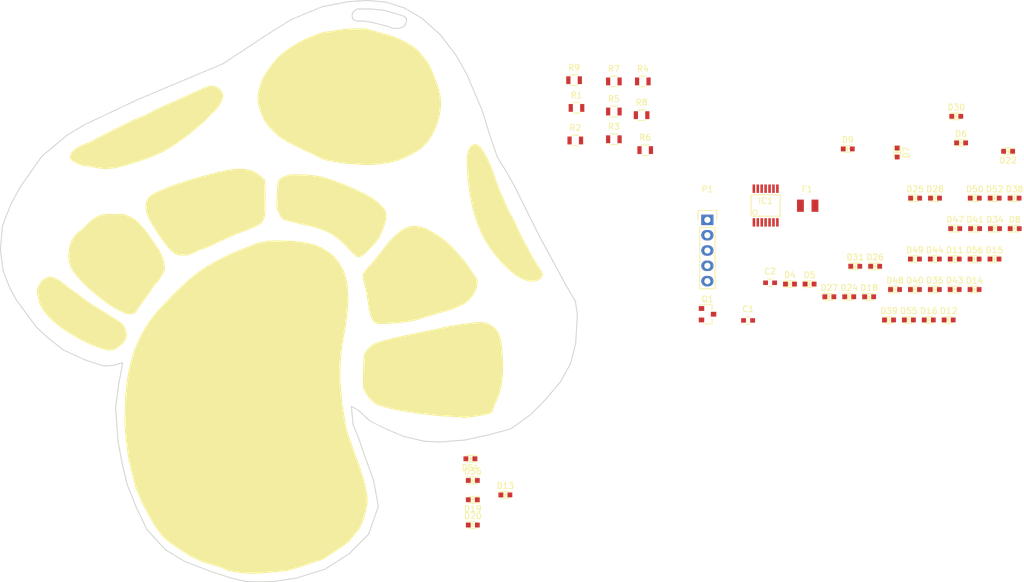
<source format=kicad_pcb>
(kicad_pcb (version 4) (host pcbnew 4.0.5+dfsg1-4)
  (layers (0 F.Cu signal) (31 B.Cu signal) (34 B.Paste user) (35 F.Paste user) (36 B.SilkS user) (37 F.SilkS user) (38 B.Mask user) (39 F.Mask user) (44 Edge.Cuts user))
  (net 0 "")
  (net 1 +BATT)
  (net 2 GND)
  (net 3 "Net-(D1-Pad2)")
  (net 4 "Net-(D1-Pad1)")
  (net 5 "Net-(D10-Pad1)")
  (net 6 "Net-(D10-Pad2)")
  (net 7 "Net-(D11-Pad2)")
  (net 8 "Net-(D12-Pad2)")
  (net 9 "Net-(D13-Pad2)")
  (net 10 "Net-(D14-Pad2)")
  (net 11 "Net-(BT1-Pad1)")
  (net 12 /TPICLK/CTOUCH_I)
  (net 13 /TPIDATA/CTOUCH_O)
  (net 14 /RST)
  (net 15 "Net-(IC1-Pad5)")
  (net 16 "Net-(IC1-Pad6)")
  (net 17 "Net-(IC1-Pad7)")
  (net 18 "Net-(IC1-Pad8)")
  (net 19 "Net-(IC1-Pad9)")
  (net 20 "Net-(IC1-Pad10)")
  (net 21 "Net-(IC1-Pad11)")
  (net 22 "Net-(IC1-Pad12)")
  (net 23 "Net-(IC1-Pad13)")
  (net 24 "Net-(BT1-Pad2)")
  (module Capacitors_SMD:C_0603 (layer F.Cu) (at 194.665001 111.655)
    (fp_text reference C1 (at 0 -1.9) (layer F.SilkS))
    (fp_text value C)
    (pad 1 smd rect (at -0.75 0) (size 0.8 0.75) (layers F.Cu F.Paste F.Mask) (net 1 +BATT))
    (pad 2 smd rect (at 0.75 0) (size 0.8 0.75) (layers F.Cu F.Paste F.Mask) (net 2 GND))
  )
  (module Capacitors_SMD:C_0603 (layer F.Cu) (at 198.315001 105.405)
    (fp_text reference C2 (at 0 -1.9) (layer F.SilkS))
    (fp_text value C)
    (pad 1 smd rect (at -0.75 0) (size 0.8 0.75) (layers F.Cu F.Paste F.Mask) (net 1 +BATT))
    (pad 2 smd rect (at 0.75 0) (size 0.8 0.75) (layers F.Cu F.Paste F.Mask) (net 2 GND))
  )
  (module LEDs:LED_0603 (layer F.Cu) (at 104 112 90)
    (fp_text reference D1 (at 0 -1.5 90) (layer F.SilkS))
    (fp_text value LED)
    (pad 2 smd rect (at 0.7493 0 270) (size 0.79756 0.79756) (layers F.Cu F.Paste F.Mask) (net 3 "Net-(D1-Pad2)"))
    (pad 1 smd rect (at -0.7493 0 270) (size 0.79756 0.79756) (layers F.Cu F.Paste F.Mask) (net 4 "Net-(D1-Pad1)"))
  )
  (module LEDs:LED_0603 (layer F.Cu) (at 104 115.2 90)
    (fp_text reference D2 (at 0 -1.5 90) (layer F.SilkS))
    (fp_text value LED)
    (pad 2 smd rect (at 0.7493 0 270) (size 0.79756 0.79756) (layers F.Cu F.Paste F.Mask) (net 4 "Net-(D1-Pad1)"))
    (pad 1 smd rect (at -0.7493 0 270) (size 0.79756 0.79756) (layers F.Cu F.Paste F.Mask) (net 5 "Net-(D10-Pad1)"))
  )
  (module LEDs:LED_0603 (layer F.Cu) (at 115.4 115.2 270)
    (fp_text reference D3 (at 0 -1.5 270) (layer F.SilkS))
    (fp_text value LED)
    (pad 2 smd rect (at 0.7493 0 90) (size 0.79756 0.79756) (layers F.Cu F.Paste F.Mask) (net 5 "Net-(D10-Pad1)"))
    (pad 1 smd rect (at -0.7493 0 90) (size 0.79756 0.79756) (layers F.Cu F.Paste F.Mask) (net 6 "Net-(D10-Pad2)"))
  )
  (module LEDs:LED_0603 (layer F.Cu) (at 201.615001 105.625)
    (fp_text reference D4 (at 0 -1.5) (layer F.SilkS))
    (fp_text value LED)
    (pad 2 smd rect (at 0.7493 0 180) (size 0.79756 0.79756) (layers F.Cu F.Paste F.Mask) (net 6 "Net-(D10-Pad2)"))
    (pad 1 smd rect (at -0.7493 0 180) (size 0.79756 0.79756) (layers F.Cu F.Paste F.Mask) (net 7 "Net-(D11-Pad2)"))
  )
  (module LEDs:LED_0603 (layer F.Cu) (at 204.865001 105.625)
    (fp_text reference D5 (at 0 -1.5) (layer F.SilkS))
    (fp_text value LED)
    (pad 2 smd rect (at 0.7493 0 180) (size 0.79756 0.79756) (layers F.Cu F.Paste F.Mask) (net 7 "Net-(D11-Pad2)"))
    (pad 1 smd rect (at -0.7493 0 180) (size 0.79756 0.79756) (layers F.Cu F.Paste F.Mask) (net 8 "Net-(D12-Pad2)"))
  )
  (module LEDs:LED_0603 (layer F.Cu) (at 230 82.2)
    (fp_text reference D6 (at 0 -1.5) (layer F.SilkS))
    (fp_text value LED)
    (pad 2 smd rect (at 0.7493 0 180) (size 0.79756 0.79756) (layers F.Cu F.Paste F.Mask) (net 8 "Net-(D12-Pad2)"))
    (pad 1 smd rect (at -0.7493 0 180) (size 0.79756 0.79756) (layers F.Cu F.Paste F.Mask) (net 9 "Net-(D13-Pad2)"))
  )
  (module LEDs:LED_0603 (layer F.Cu) (at 219.4 83.8 270)
    (fp_text reference D7 (at 0 -1.5 270) (layer F.SilkS))
    (fp_text value LED)
    (pad 2 smd rect (at 0.7493 0 90) (size 0.79756 0.79756) (layers F.Cu F.Paste F.Mask) (net 9 "Net-(D13-Pad2)"))
    (pad 1 smd rect (at -0.7493 0 90) (size 0.79756 0.79756) (layers F.Cu F.Paste F.Mask) (net 10 "Net-(D14-Pad2)"))
  )
  (module LEDs:LED_0603 (layer F.Cu) (at 238.895001 96.425)
    (fp_text reference D8 (at 0 -1.5) (layer F.SilkS))
    (fp_text value LED)
    (pad 2 smd rect (at 0.7493 0 180) (size 0.79756 0.79756) (layers F.Cu F.Paste F.Mask) (net 4 "Net-(D1-Pad1)"))
    (pad 1 smd rect (at -0.7493 0 180) (size 0.79756 0.79756) (layers F.Cu F.Paste F.Mask) (net 3 "Net-(D1-Pad2)"))
  )
  (module LEDs:LED_0603 (layer F.Cu) (at 211.2 83.2)
    (fp_text reference D9 (at 0 -1.5) (layer F.SilkS))
    (fp_text value LED)
    (pad 2 smd rect (at 0.7493 0 180) (size 0.79756 0.79756) (layers F.Cu F.Paste F.Mask) (net 5 "Net-(D10-Pad1)"))
    (pad 1 smd rect (at -0.7493 0 180) (size 0.79756 0.79756) (layers F.Cu F.Paste F.Mask) (net 4 "Net-(D1-Pad1)"))
  )
  (module LEDs:LED_0603 (layer F.Cu) (at 118 113.8 45)
    (fp_text reference D10 (at 0 -1.5 45) (layer F.SilkS))
    (fp_text value LED)
    (pad 2 smd rect (at 0.7493 0 225) (size 0.79756 0.79756) (layers F.Cu F.Paste F.Mask) (net 6 "Net-(D10-Pad2)"))
    (pad 1 smd rect (at -0.7493 0 225) (size 0.79756 0.79756) (layers F.Cu F.Paste F.Mask) (net 5 "Net-(D10-Pad1)"))
  )
  (module LEDs:LED_0603 (layer F.Cu) (at 228.942381 101.475)
    (fp_text reference D11 (at 0 -1.5) (layer F.SilkS))
    (fp_text value LED)
    (pad 2 smd rect (at 0.7493 0 180) (size 0.79756 0.79756) (layers F.Cu F.Paste F.Mask) (net 7 "Net-(D11-Pad2)"))
    (pad 1 smd rect (at -0.7493 0 180) (size 0.79756 0.79756) (layers F.Cu F.Paste F.Mask) (net 6 "Net-(D10-Pad2)"))
  )
  (module LEDs:LED_0603 (layer F.Cu) (at 227.942381 111.575)
    (fp_text reference D12 (at 0 -1.5) (layer F.SilkS))
    (fp_text value LED)
    (pad 2 smd rect (at 0.7493 0 180) (size 0.79756 0.79756) (layers F.Cu F.Paste F.Mask) (net 8 "Net-(D12-Pad2)"))
    (pad 1 smd rect (at -0.7493 0 180) (size 0.79756 0.79756) (layers F.Cu F.Paste F.Mask) (net 7 "Net-(D11-Pad2)"))
  )
  (module LEDs:LED_0603 (layer F.Cu) (at 154.4 140.6)
    (fp_text reference D13 (at 0 -1.5) (layer F.SilkS))
    (fp_text value LED)
    (pad 2 smd rect (at 0.7493 0 180) (size 0.79756 0.79756) (layers F.Cu F.Paste F.Mask) (net 9 "Net-(D13-Pad2)"))
    (pad 1 smd rect (at -0.7493 0 180) (size 0.79756 0.79756) (layers F.Cu F.Paste F.Mask) (net 8 "Net-(D12-Pad2)"))
  )
  (module LEDs:LED_0603 (layer F.Cu) (at 232.242381 106.525)
    (fp_text reference D14 (at 0 -1.5) (layer F.SilkS))
    (fp_text value LED)
    (pad 2 smd rect (at 0.7493 0 180) (size 0.79756 0.79756) (layers F.Cu F.Paste F.Mask) (net 10 "Net-(D14-Pad2)"))
    (pad 1 smd rect (at -0.7493 0 180) (size 0.79756 0.79756) (layers F.Cu F.Paste F.Mask) (net 9 "Net-(D13-Pad2)"))
  )
  (module LEDs:LED_0603 (layer F.Cu) (at 235.542381 101.475)
    (fp_text reference D15 (at 0 -1.5) (layer F.SilkS))
    (fp_text value LED)
    (pad 2 smd rect (at 0.7493 0 180) (size 0.79756 0.79756) (layers F.Cu F.Paste F.Mask) (net 3 "Net-(D1-Pad2)"))
    (pad 1 smd rect (at -0.7493 0 180) (size 0.79756 0.79756) (layers F.Cu F.Paste F.Mask) (net 5 "Net-(D10-Pad1)"))
  )
  (module LEDs:LED_0603 (layer F.Cu) (at 224.642381 111.575)
    (fp_text reference D16 (at 0 -1.5) (layer F.SilkS))
    (fp_text value LED)
    (pad 2 smd rect (at 0.7493 0 180) (size 0.79756 0.79756) (layers F.Cu F.Paste F.Mask) (net 5 "Net-(D10-Pad1)"))
    (pad 1 smd rect (at -0.7493 0 180) (size 0.79756 0.79756) (layers F.Cu F.Paste F.Mask) (net 3 "Net-(D1-Pad2)"))
  )
  (module LEDs:LED_0603 (layer F.Cu) (at 120.2 111.6 45)
    (fp_text reference D17 (at 0 -1.5 45) (layer F.SilkS))
    (fp_text value LED)
    (pad 2 smd rect (at 0.7493 0 225) (size 0.79756 0.79756) (layers F.Cu F.Paste F.Mask) (net 4 "Net-(D1-Pad1)"))
    (pad 1 smd rect (at -0.7493 0 225) (size 0.79756 0.79756) (layers F.Cu F.Paste F.Mask) (net 6 "Net-(D10-Pad2)"))
  )
  (module LEDs:LED_0603 (layer F.Cu) (at 214.742381 107.725)
    (fp_text reference D18 (at 0 -1.5) (layer F.SilkS))
    (fp_text value LED)
    (pad 2 smd rect (at 0.7493 0 180) (size 0.79756 0.79756) (layers F.Cu F.Paste F.Mask) (net 6 "Net-(D10-Pad2)"))
    (pad 1 smd rect (at -0.7493 0 180) (size 0.79756 0.79756) (layers F.Cu F.Paste F.Mask) (net 4 "Net-(D1-Pad1)"))
  )
  (module LEDs:LED_0603 (layer F.Cu) (at 149 141.4 180)
    (fp_text reference D19 (at 0 -1.5 180) (layer F.SilkS))
    (fp_text value LED)
    (pad 2 smd rect (at 0.7493 0) (size 0.79756 0.79756) (layers F.Cu F.Paste F.Mask) (net 5 "Net-(D10-Pad1)"))
    (pad 1 smd rect (at -0.7493 0) (size 0.79756 0.79756) (layers F.Cu F.Paste F.Mask) (net 7 "Net-(D11-Pad2)"))
  )
  (module LEDs:LED_0603 (layer F.Cu) (at 149 145.6)
    (fp_text reference D20 (at 0 -1.5) (layer F.SilkS))
    (fp_text value LED)
    (pad 2 smd rect (at 0.7493 0 180) (size 0.79756 0.79756) (layers F.Cu F.Paste F.Mask) (net 7 "Net-(D11-Pad2)"))
    (pad 1 smd rect (at -0.7493 0 180) (size 0.79756 0.79756) (layers F.Cu F.Paste F.Mask) (net 5 "Net-(D10-Pad1)"))
  )
  (module LEDs:LED_0603 (layer F.Cu) (at 115.4 109.2 270)
    (fp_text reference D21 (at 0 -1.5 270) (layer F.SilkS))
    (fp_text value LED)
    (pad 2 smd rect (at 0.7493 0 90) (size 0.79756 0.79756) (layers F.Cu F.Paste F.Mask) (net 3 "Net-(D1-Pad2)"))
    (pad 1 smd rect (at -0.7493 0 90) (size 0.79756 0.79756) (layers F.Cu F.Paste F.Mask) (net 6 "Net-(D10-Pad2)"))
  )
  (module LEDs:LED_0603 (layer F.Cu) (at 237.8 83.6 180)
    (fp_text reference D22 (at 0 -1.5 180) (layer F.SilkS))
    (fp_text value LED)
    (pad 2 smd rect (at 0.7493 0) (size 0.79756 0.79756) (layers F.Cu F.Paste F.Mask) (net 6 "Net-(D10-Pad2)"))
    (pad 1 smd rect (at -0.7493 0) (size 0.79756 0.79756) (layers F.Cu F.Paste F.Mask) (net 8 "Net-(D12-Pad2)"))
  )
  (module LEDs:LED_0603 (layer F.Cu) (at 115.4 112.2 270)
    (fp_text reference D23 (at 0 -1.5 270) (layer F.SilkS))
    (fp_text value LED)
    (pad 2 smd rect (at 0.7493 0 90) (size 0.79756 0.79756) (layers F.Cu F.Paste F.Mask) (net 6 "Net-(D10-Pad2)"))
    (pad 1 smd rect (at -0.7493 0 90) (size 0.79756 0.79756) (layers F.Cu F.Paste F.Mask) (net 3 "Net-(D1-Pad2)"))
  )
  (module LEDs:LED_0603 (layer F.Cu) (at 211.442381 107.725)
    (fp_text reference D24 (at 0 -1.5) (layer F.SilkS))
    (fp_text value LED)
    (pad 2 smd rect (at 0.7493 0 180) (size 0.79756 0.79756) (layers F.Cu F.Paste F.Mask) (net 8 "Net-(D12-Pad2)"))
    (pad 1 smd rect (at -0.7493 0 180) (size 0.79756 0.79756) (layers F.Cu F.Paste F.Mask) (net 6 "Net-(D10-Pad2)"))
  )
  (module LEDs:LED_0603 (layer F.Cu) (at 222.372381 91.375)
    (fp_text reference D25 (at 0 -1.5) (layer F.SilkS))
    (fp_text value LED)
    (pad 2 smd rect (at 0.7493 0 180) (size 0.79756 0.79756) (layers F.Cu F.Paste F.Mask) (net 4 "Net-(D1-Pad1)"))
    (pad 1 smd rect (at -0.7493 0 180) (size 0.79756 0.79756) (layers F.Cu F.Paste F.Mask) (net 7 "Net-(D11-Pad2)"))
  )
  (module LEDs:LED_0603 (layer F.Cu) (at 215.742381 102.675)
    (fp_text reference D26 (at 0 -1.5) (layer F.SilkS))
    (fp_text value LED)
    (pad 2 smd rect (at 0.7493 0 180) (size 0.79756 0.79756) (layers F.Cu F.Paste F.Mask) (net 7 "Net-(D11-Pad2)"))
    (pad 1 smd rect (at -0.7493 0 180) (size 0.79756 0.79756) (layers F.Cu F.Paste F.Mask) (net 9 "Net-(D13-Pad2)"))
  )
  (module LEDs:LED_0603 (layer F.Cu) (at 208.142381 107.725)
    (fp_text reference D27 (at 0 -1.5) (layer F.SilkS))
    (fp_text value LED)
    (pad 2 smd rect (at 0.7493 0 180) (size 0.79756 0.79756) (layers F.Cu F.Paste F.Mask) (net 7 "Net-(D11-Pad2)"))
    (pad 1 smd rect (at -0.7493 0 180) (size 0.79756 0.79756) (layers F.Cu F.Paste F.Mask) (net 4 "Net-(D1-Pad1)"))
  )
  (module LEDs:LED_0603 (layer F.Cu) (at 225.672381 91.375)
    (fp_text reference D28 (at 0 -1.5) (layer F.SilkS))
    (fp_text value LED)
    (pad 2 smd rect (at 0.7493 0 180) (size 0.79756 0.79756) (layers F.Cu F.Paste F.Mask) (net 9 "Net-(D13-Pad2)"))
    (pad 1 smd rect (at -0.7493 0 180) (size 0.79756 0.79756) (layers F.Cu F.Paste F.Mask) (net 7 "Net-(D11-Pad2)"))
  )
  (module LEDs:LED_0603 (layer F.Cu) (at 115.4 118.4 90)
    (fp_text reference D29 (at 0 -1.5 90) (layer F.SilkS))
    (fp_text value LED)
    (pad 2 smd rect (at 0.7493 0 270) (size 0.79756 0.79756) (layers F.Cu F.Paste F.Mask) (net 5 "Net-(D10-Pad1)"))
    (pad 1 smd rect (at -0.7493 0 270) (size 0.79756 0.79756) (layers F.Cu F.Paste F.Mask) (net 8 "Net-(D12-Pad2)"))
  )
  (module LEDs:LED_0603 (layer F.Cu) (at 229.2 77.8)
    (fp_text reference D30 (at 0 -1.5) (layer F.SilkS))
    (fp_text value LED)
    (pad 2 smd rect (at 0.7493 0 180) (size 0.79756 0.79756) (layers F.Cu F.Paste F.Mask) (net 8 "Net-(D12-Pad2)"))
    (pad 1 smd rect (at -0.7493 0 180) (size 0.79756 0.79756) (layers F.Cu F.Paste F.Mask) (net 10 "Net-(D14-Pad2)"))
  )
  (module LEDs:LED_0603 (layer F.Cu) (at 212.442381 102.675)
    (fp_text reference D31 (at 0 -1.5) (layer F.SilkS))
    (fp_text value LED)
    (pad 2 smd rect (at 0.7493 0 180) (size 0.79756 0.79756) (layers F.Cu F.Paste F.Mask) (net 8 "Net-(D12-Pad2)"))
    (pad 1 smd rect (at -0.7493 0 180) (size 0.79756 0.79756) (layers F.Cu F.Paste F.Mask) (net 5 "Net-(D10-Pad1)"))
  )
  (module LEDs:LED_0603 (layer F.Cu) (at 104 121.6 90)
    (fp_text reference D32 (at 0 -1.5 90) (layer F.SilkS))
    (fp_text value LED)
    (pad 2 smd rect (at 0.7493 0 270) (size 0.79756 0.79756) (layers F.Cu F.Paste F.Mask) (net 10 "Net-(D14-Pad2)"))
    (pad 1 smd rect (at -0.7493 0 270) (size 0.79756 0.79756) (layers F.Cu F.Paste F.Mask) (net 8 "Net-(D12-Pad2)"))
  )
  (module LEDs:LED_0603 (layer F.Cu) (at 122.4 109.4 225)
    (fp_text reference D33 (at 0 -1.5 225) (layer F.SilkS))
    (fp_text value LED)
    (pad 2 smd rect (at 0.7493 0 45) (size 0.79756 0.79756) (layers F.Cu F.Paste F.Mask) (net 6 "Net-(D10-Pad2)"))
    (pad 1 smd rect (at -0.7493 0 45) (size 0.79756 0.79756) (layers F.Cu F.Paste F.Mask) (net 9 "Net-(D13-Pad2)"))
  )
  (module LEDs:LED_0603 (layer F.Cu) (at 235.622381 96.425)
    (fp_text reference D34 (at 0 -1.5) (layer F.SilkS))
    (fp_text value LED)
    (pad 2 smd rect (at 0.7493 0 180) (size 0.79756 0.79756) (layers F.Cu F.Paste F.Mask) (net 9 "Net-(D13-Pad2)"))
    (pad 1 smd rect (at -0.7493 0 180) (size 0.79756 0.79756) (layers F.Cu F.Paste F.Mask) (net 6 "Net-(D10-Pad2)"))
  )
  (module LEDs:LED_0603 (layer F.Cu) (at 225.642381 106.525)
    (fp_text reference D35 (at 0 -1.5) (layer F.SilkS))
    (fp_text value LED)
    (pad 2 smd rect (at 0.7493 0 180) (size 0.79756 0.79756) (layers F.Cu F.Paste F.Mask) (net 3 "Net-(D1-Pad2)"))
    (pad 1 smd rect (at -0.7493 0 180) (size 0.79756 0.79756) (layers F.Cu F.Paste F.Mask) (net 7 "Net-(D11-Pad2)"))
  )
  (module LEDs:LED_0603 (layer F.Cu) (at 149 138.2)
    (fp_text reference D36 (at 0 -1.5) (layer F.SilkS))
    (fp_text value LED)
    (pad 2 smd rect (at 0.7493 0 180) (size 0.79756 0.79756) (layers F.Cu F.Paste F.Mask) (net 7 "Net-(D11-Pad2)"))
    (pad 1 smd rect (at -0.7493 0 180) (size 0.79756 0.79756) (layers F.Cu F.Paste F.Mask) (net 10 "Net-(D14-Pad2)"))
  )
  (module LEDs:LED_0603 (layer F.Cu) (at 104 108.8 90)
    (fp_text reference D37 (at 0 -1.5 90) (layer F.SilkS))
    (fp_text value LED)
    (pad 2 smd rect (at 0.7493 0 270) (size 0.79756 0.79756) (layers F.Cu F.Paste F.Mask) (net 7 "Net-(D11-Pad2)"))
    (pad 1 smd rect (at -0.7493 0 270) (size 0.79756 0.79756) (layers F.Cu F.Paste F.Mask) (net 3 "Net-(D1-Pad2)"))
  )
  (module LEDs:LED_0603 (layer F.Cu) (at 238.872381 91.375)
    (fp_text reference D38 (at 0 -1.5) (layer F.SilkS))
    (fp_text value LED)
    (pad 2 smd rect (at 0.7493 0 180) (size 0.79756 0.79756) (layers F.Cu F.Paste F.Mask) (net 10 "Net-(D14-Pad2)"))
    (pad 1 smd rect (at -0.7493 0 180) (size 0.79756 0.79756) (layers F.Cu F.Paste F.Mask) (net 7 "Net-(D11-Pad2)"))
  )
  (module LEDs:LED_0603 (layer F.Cu) (at 218.042381 111.575)
    (fp_text reference D39 (at 0 -1.5) (layer F.SilkS))
    (fp_text value LED)
    (pad 2 smd rect (at 0.7493 0 180) (size 0.79756 0.79756) (layers F.Cu F.Paste F.Mask) (net 4 "Net-(D1-Pad1)"))
    (pad 1 smd rect (at -0.7493 0 180) (size 0.79756 0.79756) (layers F.Cu F.Paste F.Mask) (net 8 "Net-(D12-Pad2)"))
  )
  (module LEDs:LED_0603 (layer F.Cu) (at 222.342381 106.525)
    (fp_text reference D40 (at 0 -1.5) (layer F.SilkS))
    (fp_text value LED)
    (pad 2 smd rect (at 0.7493 0 180) (size 0.79756 0.79756) (layers F.Cu F.Paste F.Mask) (net 8 "Net-(D12-Pad2)"))
    (pad 1 smd rect (at -0.7493 0 180) (size 0.79756 0.79756) (layers F.Cu F.Paste F.Mask) (net 4 "Net-(D1-Pad1)"))
  )
  (module LEDs:LED_0603 (layer F.Cu) (at 232.322381 96.425)
    (fp_text reference D41 (at 0 -1.5) (layer F.SilkS))
    (fp_text value LED)
    (pad 2 smd rect (at 0.7493 0 180) (size 0.79756 0.79756) (layers F.Cu F.Paste F.Mask) (net 5 "Net-(D10-Pad1)"))
    (pad 1 smd rect (at -0.7493 0 180) (size 0.79756 0.79756) (layers F.Cu F.Paste F.Mask) (net 9 "Net-(D13-Pad2)"))
  )
  (module LEDs:LED_0603 (layer F.Cu) (at 118 117 315)
    (fp_text reference D42 (at 0 -1.5 315) (layer F.SilkS))
    (fp_text value LED)
    (pad 2 smd rect (at 0.7493 0 135) (size 0.79756 0.79756) (layers F.Cu F.Paste F.Mask) (net 9 "Net-(D13-Pad2)"))
    (pad 1 smd rect (at -0.7493 0 135) (size 0.79756 0.79756) (layers F.Cu F.Paste F.Mask) (net 5 "Net-(D10-Pad1)"))
  )
  (module LEDs:LED_0603 (layer F.Cu) (at 228.942381 106.525)
    (fp_text reference D43 (at 0 -1.5) (layer F.SilkS))
    (fp_text value LED)
    (pad 2 smd rect (at 0.7493 0 180) (size 0.79756 0.79756) (layers F.Cu F.Paste F.Mask) (net 6 "Net-(D10-Pad2)"))
    (pad 1 smd rect (at -0.7493 0 180) (size 0.79756 0.79756) (layers F.Cu F.Paste F.Mask) (net 10 "Net-(D14-Pad2)"))
  )
  (module LEDs:LED_0603 (layer F.Cu) (at 225.642381 101.475)
    (fp_text reference D44 (at 0 -1.5) (layer F.SilkS))
    (fp_text value LED)
    (pad 2 smd rect (at 0.7493 0 180) (size 0.79756 0.79756) (layers F.Cu F.Paste F.Mask) (net 10 "Net-(D14-Pad2)"))
    (pad 1 smd rect (at -0.7493 0 180) (size 0.79756 0.79756) (layers F.Cu F.Paste F.Mask) (net 6 "Net-(D10-Pad2)"))
  )
  (module LEDs:LED_0603 (layer F.Cu) (at 122.4 121.4 135)
    (fp_text reference D45 (at 0 -1.5 135) (layer F.SilkS))
    (fp_text value LED)
    (pad 2 smd rect (at 0.7493 0 315) (size 0.79756 0.79756) (layers F.Cu F.Paste F.Mask) (net 3 "Net-(D1-Pad2)"))
    (pad 1 smd rect (at -0.7493 0 315) (size 0.79756 0.79756) (layers F.Cu F.Paste F.Mask) (net 8 "Net-(D12-Pad2)"))
  )
  (module LEDs:LED_0603 (layer F.Cu) (at 115.4 121.6 90)
    (fp_text reference D46 (at 0 -1.5 90) (layer F.SilkS))
    (fp_text value LED)
    (pad 2 smd rect (at 0.7493 0 270) (size 0.79756 0.79756) (layers F.Cu F.Paste F.Mask) (net 8 "Net-(D12-Pad2)"))
    (pad 1 smd rect (at -0.7493 0 270) (size 0.79756 0.79756) (layers F.Cu F.Paste F.Mask) (net 3 "Net-(D1-Pad2)"))
  )
  (module LEDs:LED_0603 (layer F.Cu) (at 229.022381 96.425)
    (fp_text reference D47 (at 0 -1.5) (layer F.SilkS))
    (fp_text value LED)
    (pad 2 smd rect (at 0.7493 0 180) (size 0.79756 0.79756) (layers F.Cu F.Paste F.Mask) (net 3 "Net-(D1-Pad2)"))
    (pad 1 smd rect (at -0.7493 0 180) (size 0.79756 0.79756) (layers F.Cu F.Paste F.Mask) (net 9 "Net-(D13-Pad2)"))
  )
  (module LEDs:LED_0603 (layer F.Cu) (at 219.042381 106.525)
    (fp_text reference D48 (at 0 -1.5) (layer F.SilkS))
    (fp_text value LED)
    (pad 2 smd rect (at 0.7493 0 180) (size 0.79756 0.79756) (layers F.Cu F.Paste F.Mask) (net 9 "Net-(D13-Pad2)"))
    (pad 1 smd rect (at -0.7493 0 180) (size 0.79756 0.79756) (layers F.Cu F.Paste F.Mask) (net 3 "Net-(D1-Pad2)"))
  )
  (module LEDs:LED_0603 (layer F.Cu) (at 222.342381 101.475)
    (fp_text reference D49 (at 0 -1.5) (layer F.SilkS))
    (fp_text value LED)
    (pad 2 smd rect (at 0.7493 0 180) (size 0.79756 0.79756) (layers F.Cu F.Paste F.Mask) (net 5 "Net-(D10-Pad1)"))
    (pad 1 smd rect (at -0.7493 0 180) (size 0.79756 0.79756) (layers F.Cu F.Paste F.Mask) (net 10 "Net-(D14-Pad2)"))
  )
  (module LEDs:LED_0603 (layer F.Cu) (at 232.272381 91.375)
    (fp_text reference D50 (at 0 -1.5) (layer F.SilkS))
    (fp_text value LED)
    (pad 2 smd rect (at 0.7493 0 180) (size 0.79756 0.79756) (layers F.Cu F.Paste F.Mask) (net 5 "Net-(D10-Pad1)"))
    (pad 1 smd rect (at -0.7493 0 180) (size 0.79756 0.79756) (layers F.Cu F.Paste F.Mask) (net 10 "Net-(D14-Pad2)"))
  )
  (module LEDs:LED_0603 (layer F.Cu) (at 120.2 119.2 315)
    (fp_text reference D51 (at 0 -1.5 315) (layer F.SilkS))
    (fp_text value LED)
    (pad 2 smd rect (at 0.7493 0 135) (size 0.79756 0.79756) (layers F.Cu F.Paste F.Mask) (net 3 "Net-(D1-Pad2)"))
    (pad 1 smd rect (at -0.7493 0 135) (size 0.79756 0.79756) (layers F.Cu F.Paste F.Mask) (net 9 "Net-(D13-Pad2)"))
  )
  (module LEDs:LED_0603 (layer F.Cu) (at 235.572381 91.375)
    (fp_text reference D52 (at 0 -1.5) (layer F.SilkS))
    (fp_text value LED)
    (pad 2 smd rect (at 0.7493 0 180) (size 0.79756 0.79756) (layers F.Cu F.Paste F.Mask) (net 9 "Net-(D13-Pad2)"))
    (pad 1 smd rect (at -0.7493 0 180) (size 0.79756 0.79756) (layers F.Cu F.Paste F.Mask) (net 3 "Net-(D1-Pad2)"))
  )
  (module LEDs:LED_0603 (layer F.Cu) (at 104 118.4 90)
    (fp_text reference D53 (at 0 -1.5 90) (layer F.SilkS))
    (fp_text value LED)
    (pad 2 smd rect (at 0.7493 0 270) (size 0.79756 0.79756) (layers F.Cu F.Paste F.Mask) (net 4 "Net-(D1-Pad1)"))
    (pad 1 smd rect (at -0.7493 0 270) (size 0.79756 0.79756) (layers F.Cu F.Paste F.Mask) (net 10 "Net-(D14-Pad2)"))
  )
  (module LEDs:LED_0603 (layer F.Cu) (at 148.6 134.6 180)
    (fp_text reference D54 (at 0 -1.5 180) (layer F.SilkS))
    (fp_text value LED)
    (pad 2 smd rect (at 0.7493 0) (size 0.79756 0.79756) (layers F.Cu F.Paste F.Mask) (net 10 "Net-(D14-Pad2)"))
    (pad 1 smd rect (at -0.7493 0) (size 0.79756 0.79756) (layers F.Cu F.Paste F.Mask) (net 4 "Net-(D1-Pad1)"))
  )
  (module LEDs:LED_0603 (layer F.Cu) (at 221.342381 111.575)
    (fp_text reference D55 (at 0 -1.5) (layer F.SilkS))
    (fp_text value LED)
    (pad 2 smd rect (at 0.7493 0 180) (size 0.79756 0.79756) (layers F.Cu F.Paste F.Mask) (net 3 "Net-(D1-Pad2)"))
    (pad 1 smd rect (at -0.7493 0 180) (size 0.79756 0.79756) (layers F.Cu F.Paste F.Mask) (net 10 "Net-(D14-Pad2)"))
  )
  (module LEDs:LED_0603 (layer F.Cu) (at 232.242381 101.475)
    (fp_text reference D56 (at 0 -1.5) (layer F.SilkS))
    (fp_text value LED)
    (pad 2 smd rect (at 0.7493 0 180) (size 0.79756 0.79756) (layers F.Cu F.Paste F.Mask) (net 10 "Net-(D14-Pad2)"))
    (pad 1 smd rect (at -0.7493 0 180) (size 0.79756 0.79756) (layers F.Cu F.Paste F.Mask) (net 3 "Net-(D1-Pad2)"))
  )
  (module Fuse_Holders_and_Fuses:Fuse_SMD1206_Reflow (layer F.Cu) (at 204.553866 92.62582)
    (fp_text reference F1 (at -0.09906 -2.75082) (layer F.SilkS))
    (fp_text value Fuse)
    (pad 1 smd rect (at -1.20396 0 90) (size 2.02946 1.14046) (layers F.Cu F.Paste F.Mask) (net 1 +BATT))
    (pad 2 smd rect (at 1.20396 0 90) (size 2.02946 1.14046) (layers F.Cu F.Paste F.Mask) (net 11 "Net-(BT1-Pad1)"))
  )
  (module SMD_Packages:SSOP-14 (layer F.Cu) (at 197.568571 92.5925)
    (fp_text reference IC1 (at 0 -0.762) (layer F.SilkS))
    (fp_text value ATTINY20-X)
    (pad 1 smd rect (at -1.9304 2.794) (size 0.4318 1.397) (layers F.Cu F.Paste F.Mask) (net 1 +BATT))
    (pad 2 smd rect (at -1.2954 2.794) (size 0.4318 1.397) (layers F.Cu F.Paste F.Mask) (net 12 /TPICLK/CTOUCH_I))
    (pad 3 smd rect (at -0.635 2.794) (size 0.4318 1.397) (layers F.Cu F.Paste F.Mask) (net 13 /TPIDATA/CTOUCH_O))
    (pad 4 smd rect (at 0 2.794) (size 0.4318 1.397) (layers F.Cu F.Paste F.Mask) (net 14 /RST))
    (pad 5 smd rect (at 0.6604 2.794) (size 0.4318 1.397) (layers F.Cu F.Paste F.Mask) (net 15 "Net-(IC1-Pad5)"))
    (pad 6 smd rect (at 1.3081 2.794) (size 0.4318 1.397) (layers F.Cu F.Paste F.Mask) (net 16 "Net-(IC1-Pad6)"))
    (pad 7 smd rect (at 1.9558 2.794) (size 0.4318 1.397) (layers F.Cu F.Paste F.Mask) (net 17 "Net-(IC1-Pad7)"))
    (pad 8 smd rect (at 1.9558 -2.794) (size 0.4318 1.397) (layers F.Cu F.Paste F.Mask) (net 18 "Net-(IC1-Pad8)"))
    (pad 9 smd rect (at 1.3081 -2.794) (size 0.4318 1.397) (layers F.Cu F.Paste F.Mask) (net 19 "Net-(IC1-Pad9)"))
    (pad 10 smd rect (at 0.6604 -2.794) (size 0.4318 1.397) (layers F.Cu F.Paste F.Mask) (net 20 "Net-(IC1-Pad10)"))
    (pad 11 smd rect (at 0 -2.794) (size 0.4318 1.397) (layers F.Cu F.Paste F.Mask) (net 21 "Net-(IC1-Pad11)"))
    (pad 12 smd rect (at -0.6477 -2.794) (size 0.4318 1.397) (layers F.Cu F.Paste F.Mask) (net 22 "Net-(IC1-Pad12)"))
    (pad 13 smd rect (at -1.2954 -2.794) (size 0.4318 1.397) (layers F.Cu F.Paste F.Mask) (net 23 "Net-(IC1-Pad13)"))
    (pad 14 smd rect (at -1.9431 -2.794) (size 0.4318 1.397) (layers F.Cu F.Paste F.Mask) (net 2 GND))
  )
  (module Pin_Headers:Pin_Header_Straight_1x05 (layer F.Cu) (at 187.913333 94.975)
    (fp_text reference P1 (at 0 -5.1) (layer F.SilkS))
    (fp_text value CONN_01X05)
    (pad 1 thru_hole rect (at 0 0) (size 2.032 1.7272) (drill 1.016) (layers *.Cu *.Mask) (net 12 /TPICLK/CTOUCH_I))
    (pad 2 thru_hole oval (at 0 2.54) (size 2.032 1.7272) (drill 1.016) (layers *.Cu *.Mask) (net 13 /TPIDATA/CTOUCH_O))
    (pad 3 thru_hole oval (at 0 5.08) (size 2.032 1.7272) (drill 1.016) (layers *.Cu *.Mask) (net 14 /RST))
    (pad 4 thru_hole oval (at 0 7.62) (size 2.032 1.7272) (drill 1.016) (layers *.Cu *.Mask) (net 1 +BATT))
    (pad 5 thru_hole oval (at 0 10.16) (size 2.032 1.7272) (drill 1.016) (layers *.Cu *.Mask) (net 2 GND))
  )
  (module TO_SOT_Packages_SMD:SOT-23 (layer F.Cu) (at 187.937143 110.625)
    (fp_text reference Q1 (at 0 -2.5) (layer F.SilkS))
    (fp_text value Q_NMOS_DGS)
    (pad 1 smd rect (at -1 -0.95) (size 0.9 0.8) (layers F.Cu F.Paste F.Mask) (net 24 "Net-(BT1-Pad2)"))
    (pad 2 smd rect (at -1 0.95) (size 0.9 0.8) (layers F.Cu F.Paste F.Mask) (net 1 +BATT))
    (pad 3 smd rect (at 1 0) (size 0.9 0.8) (layers F.Cu F.Paste F.Mask) (net 2 GND))
  )
  (module Resistors_SMD:R_0805 (layer F.Cu) (at 166.2 76.4)
    (fp_text reference R1 (at 0 -2.1) (layer F.SilkS))
    (fp_text value R)
    (pad 1 smd rect (at -0.95 0) (size 0.7 1.3) (layers F.Cu F.Paste F.Mask) (net 3 "Net-(D1-Pad2)"))
    (pad 2 smd rect (at 0.95 0) (size 0.7 1.3) (layers F.Cu F.Paste F.Mask) (net 23 "Net-(IC1-Pad13)"))
  )
  (module Resistors_SMD:R_0805 (layer F.Cu) (at 166 81.8)
    (fp_text reference R2 (at 0 -2.1) (layer F.SilkS))
    (fp_text value R)
    (pad 1 smd rect (at -0.95 0) (size 0.7 1.3) (layers F.Cu F.Paste F.Mask) (net 4 "Net-(D1-Pad1)"))
    (pad 2 smd rect (at 0.95 0) (size 0.7 1.3) (layers F.Cu F.Paste F.Mask) (net 22 "Net-(IC1-Pad12)"))
  )
  (module Resistors_SMD:R_0805 (layer F.Cu) (at 172.4 81.6)
    (fp_text reference R3 (at 0 -2.1) (layer F.SilkS))
    (fp_text value R)
    (pad 1 smd rect (at -0.95 0) (size 0.7 1.3) (layers F.Cu F.Paste F.Mask) (net 5 "Net-(D10-Pad1)"))
    (pad 2 smd rect (at 0.95 0) (size 0.7 1.3) (layers F.Cu F.Paste F.Mask) (net 21 "Net-(IC1-Pad11)"))
  )
  (module Resistors_SMD:R_0805 (layer F.Cu) (at 177.2 72)
    (fp_text reference R4 (at 0 -2.1) (layer F.SilkS))
    (fp_text value R)
    (pad 1 smd rect (at -0.95 0) (size 0.7 1.3) (layers F.Cu F.Paste F.Mask) (net 6 "Net-(D10-Pad2)"))
    (pad 2 smd rect (at 0.95 0) (size 0.7 1.3) (layers F.Cu F.Paste F.Mask) (net 20 "Net-(IC1-Pad10)"))
  )
  (module Resistors_SMD:R_0805 (layer F.Cu) (at 172.4 77)
    (fp_text reference R5 (at 0 -2.1) (layer F.SilkS))
    (fp_text value R)
    (pad 1 smd rect (at -0.95 0) (size 0.7 1.3) (layers F.Cu F.Paste F.Mask) (net 7 "Net-(D11-Pad2)"))
    (pad 2 smd rect (at 0.95 0) (size 0.7 1.3) (layers F.Cu F.Paste F.Mask) (net 19 "Net-(IC1-Pad9)"))
  )
  (module Resistors_SMD:R_0805 (layer F.Cu) (at 177.6 83.4)
    (fp_text reference R6 (at 0 -2.1) (layer F.SilkS))
    (fp_text value R)
    (pad 1 smd rect (at -0.95 0) (size 0.7 1.3) (layers F.Cu F.Paste F.Mask) (net 8 "Net-(D12-Pad2)"))
    (pad 2 smd rect (at 0.95 0) (size 0.7 1.3) (layers F.Cu F.Paste F.Mask) (net 18 "Net-(IC1-Pad8)"))
  )
  (module Resistors_SMD:R_0805 (layer F.Cu) (at 172.4 72)
    (fp_text reference R7 (at 0 -2.1) (layer F.SilkS))
    (fp_text value R)
    (pad 1 smd rect (at -0.95 0) (size 0.7 1.3) (layers F.Cu F.Paste F.Mask) (net 9 "Net-(D13-Pad2)"))
    (pad 2 smd rect (at 0.95 0) (size 0.7 1.3) (layers F.Cu F.Paste F.Mask) (net 17 "Net-(IC1-Pad7)"))
  )
  (module Resistors_SMD:R_0805 (layer F.Cu) (at 177 77.6)
    (fp_text reference R8 (at 0 -2.1) (layer F.SilkS))
    (fp_text value R)
    (pad 1 smd rect (at -0.95 0) (size 0.7 1.3) (layers F.Cu F.Paste F.Mask) (net 10 "Net-(D14-Pad2)"))
    (pad 2 smd rect (at 0.95 0) (size 0.7 1.3) (layers F.Cu F.Paste F.Mask) (net 16 "Net-(IC1-Pad6)"))
  )
  (module Resistors_SMD:R_0805 (layer F.Cu) (at 165.8 71.8)
    (fp_text reference R9 (at 0 -2.1) (layer F.SilkS))
    (fp_text value R)
    (pad 1 smd rect (at -0.95 0) (size 0.7 1.3) (layers F.Cu F.Paste F.Mask) (net 14 /RST))
    (pad 2 smd rect (at 0.95 0) (size 0.7 1.3) (layers F.Cu F.Paste F.Mask) (net 1 +BATT))
  )
  (gr_line (start 129.8 62) (end 131 62) (angle 90) (layer Edge.Cuts) (width 0.15))
  (gr_line (start 129.2 61.8) (end 129.8 62) (angle 90) (layer Edge.Cuts) (width 0.15))
  (gr_line (start 129 61.4) (end 129.2 61.8) (angle 90) (layer Edge.Cuts) (width 0.15))
  (gr_line (start 129 60.8) (end 129 61.4) (angle 90) (layer Edge.Cuts) (width 0.15))
  (gr_line (start 129.2 60.4) (end 129 60.8) (angle 90) (layer Edge.Cuts) (width 0.15))
  (gr_line (start 129.8 60) (end 129.2 60.4) (angle 90) (layer Edge.Cuts) (width 0.15))
  (gr_line (start 130.4 60) (end 129.8 60) (angle 90) (layer Edge.Cuts) (width 0.15))
  (gr_line (start 132.2 60) (end 130.4 60) (angle 90) (layer Edge.Cuts) (width 0.15))
  (gr_line (start 134.2 60.2) (end 132.2 60) (angle 90) (layer Edge.Cuts) (width 0.15))
  (gr_line (start 136.4 60.8) (end 134.2 60.2) (angle 90) (layer Edge.Cuts) (width 0.15))
  (gr_line (start 137.6 61.2) (end 136.4 60.8) (angle 90) (layer Edge.Cuts) (width 0.15))
  (gr_line (start 138 61.6) (end 137.6 61.2) (angle 90) (layer Edge.Cuts) (width 0.15))
  (gr_line (start 138 62) (end 138 61.6) (angle 90) (layer Edge.Cuts) (width 0.15))
  (gr_line (start 137.8 62.6) (end 138 62) (angle 90) (layer Edge.Cuts) (width 0.15))
  (gr_line (start 137.4 63) (end 137.8 62.6) (angle 90) (layer Edge.Cuts) (width 0.15))
  (gr_line (start 136.8 63.2) (end 137.4 63) (angle 90) (layer Edge.Cuts) (width 0.15))
  (gr_line (start 135.8 63.2) (end 136.8 63.2) (angle 90) (layer Edge.Cuts) (width 0.15))
  (gr_line (start 134.6 62.8) (end 135.8 63.2) (angle 90) (layer Edge.Cuts) (width 0.15))
  (gr_line (start 132.2 62.2) (end 134.6 62.8) (angle 90) (layer Edge.Cuts) (width 0.15))
  (gr_line (start 131 62) (end 132.2 62.2) (angle 90) (layer Edge.Cuts) (width 0.15))
  (gr_line (start 166.0652 115.443) (end 166.3446 110.6932) (angle 90) (layer Edge.Cuts) (width 0.15))
  (gr_line (start 165.227 118.7958) (end 166.0652 115.443) (angle 90) (layer Edge.Cuts) (width 0.15))
  (gr_line (start 163.5506 121.8184) (end 165.227 118.7958) (angle 90) (layer Edge.Cuts) (width 0.15))
  (gr_line (start 161.1122 124.714) (end 163.5506 121.8184) (angle 90) (layer Edge.Cuts) (width 0.15))
  (gr_line (start 158.6484 127.2286) (end 161.1122 124.714) (angle 90) (layer Edge.Cuts) (width 0.15))
  (gr_line (start 155.2956 129.6416) (end 158.6484 127.2286) (angle 90) (layer Edge.Cuts) (width 0.15))
  (gr_line (start 151.8158 130.5814) (end 155.2956 129.6416) (angle 90) (layer Edge.Cuts) (width 0.15))
  (gr_line (start 147.701 131.4958) (end 151.8158 130.5814) (angle 90) (layer Edge.Cuts) (width 0.15))
  (gr_line (start 143.4338 131.826) (end 147.701 131.4958) (angle 90) (layer Edge.Cuts) (width 0.15))
  (gr_line (start 140.9192 131.699) (end 143.4338 131.826) (angle 90) (layer Edge.Cuts) (width 0.15))
  (gr_line (start 137.414 130.8608) (end 140.9192 131.699) (angle 90) (layer Edge.Cuts) (width 0.15))
  (gr_line (start 134.1628 129.4638) (end 137.414 130.8608) (angle 90) (layer Edge.Cuts) (width 0.15))
  (gr_line (start 131.8768 128.2954) (end 134.1628 129.4638) (angle 90) (layer Edge.Cuts) (width 0.15))
  (gr_line (start 130.0226 126.5682) (end 131.8768 128.2954) (angle 90) (layer Edge.Cuts) (width 0.15))
  (gr_line (start 128.8542 125.9078) (end 130.0226 126.5682) (angle 90) (layer Edge.Cuts) (width 0.15))
  (gr_line (start 129.1336 128.905) (end 128.8542 125.9078) (angle 90) (layer Edge.Cuts) (width 0.15))
  (gr_line (start 129.9718 130.937) (end 129.1336 128.905) (angle 90) (layer Edge.Cuts) (width 0.15))
  (gr_line (start 130.9878 133.8834) (end 129.9718 130.937) (angle 90) (layer Edge.Cuts) (width 0.15))
  (gr_line (start 132.5372 138.2014) (end 130.9878 133.8834) (angle 90) (layer Edge.Cuts) (width 0.15))
  (gr_line (start 133.3246 142.494) (end 132.5372 138.2014) (angle 90) (layer Edge.Cuts) (width 0.15))
  (gr_line (start 131.699 147.1422) (end 133.3246 142.494) (angle 90) (layer Edge.Cuts) (width 0.15))
  (gr_line (start 128.4732 150.368) (end 131.699 147.1422) (angle 90) (layer Edge.Cuts) (width 0.15))
  (gr_line (start 124.4346 152.9334) (end 128.4732 150.368) (angle 90) (layer Edge.Cuts) (width 0.15))
  (gr_line (start 119.6848 154.4066) (end 124.4346 152.9334) (angle 90) (layer Edge.Cuts) (width 0.15))
  (gr_line (start 115.9002 154.9654) (end 119.6848 154.4066) (angle 90) (layer Edge.Cuts) (width 0.15))
  (gr_line (start 113.4872 155.0162) (end 115.9002 154.9654) (angle 90) (layer Edge.Cuts) (width 0.15))
  (gr_line (start 111.379 154.9654) (end 113.4872 155.0162) (angle 90) (layer Edge.Cuts) (width 0.15))
  (gr_line (start 108.966 154.4066) (end 111.379 154.9654) (angle 90) (layer Edge.Cuts) (width 0.15))
  (gr_line (start 105.5116 153.289) (end 108.966 154.4066) (angle 90) (layer Edge.Cuts) (width 0.15))
  (gr_line (start 101.1428 151.6126) (end 105.5116 153.289) (angle 90) (layer Edge.Cuts) (width 0.15))
  (gr_line (start 98.0186 149.7076) (end 101.1428 151.6126) (angle 90) (layer Edge.Cuts) (width 0.15))
  (gr_line (start 94.9452 146.3548) (end 98.0186 149.7076) (angle 90) (layer Edge.Cuts) (width 0.15))
  (gr_line (start 93.1418 142.5956) (end 94.9452 146.3548) (angle 90) (layer Edge.Cuts) (width 0.15))
  (gr_line (start 91.6432 138.811) (end 93.1418 142.5956) (angle 90) (layer Edge.Cuts) (width 0.15))
  (gr_line (start 90.9066 135.7376) (end 91.6432 138.811) (angle 90) (layer Edge.Cuts) (width 0.15))
  (gr_line (start 90.1446 131.7752) (end 90.9066 135.7376) (angle 90) (layer Edge.Cuts) (width 0.15))
  (gr_line (start 89.7382 126.1872) (end 90.1446 131.7752) (angle 90) (layer Edge.Cuts) (width 0.15))
  (gr_line (start 90.2462 122.2756) (end 89.7382 126.1872) (angle 90) (layer Edge.Cuts) (width 0.15))
  (gr_line (start 90.9066 118.6942) (end 90.2462 122.2756) (angle 90) (layer Edge.Cuts) (width 0.15))
  (gr_line (start 89.3064 119.126) (end 90.9066 118.6942) (angle 90) (layer Edge.Cuts) (width 0.15))
  (gr_line (start 87.7316 119.2022) (end 89.3064 119.126) (angle 90) (layer Edge.Cuts) (width 0.15))
  (gr_line (start 84.7598 118.237) (end 87.7316 119.2022) (angle 90) (layer Edge.Cuts) (width 0.15))
  (gr_line (start 81.0768 116.5606) (end 84.7598 118.237) (angle 90) (layer Edge.Cuts) (width 0.15))
  (gr_line (start 78.4098 114.4524) (end 81.0768 116.5606) (angle 90) (layer Edge.Cuts) (width 0.15))
  (gr_line (start 76.6064 112.776) (end 78.4098 114.4524) (angle 90) (layer Edge.Cuts) (width 0.15))
  (gr_line (start 73.3044 108.3056) (end 76.6064 112.776) (angle 90) (layer Edge.Cuts) (width 0.15))
  (gr_line (start 72.1868 106.2736) (end 73.3044 108.3056) (angle 90) (layer Edge.Cuts) (width 0.15))
  (gr_line (start 71.0692 103.378) (end 72.1868 106.2736) (angle 90) (layer Edge.Cuts) (width 0.15))
  (gr_line (start 70.6374 99.9236) (end 71.0692 103.378) (angle 90) (layer Edge.Cuts) (width 0.15))
  (gr_line (start 70.9676 95.9358) (end 70.6374 99.9236) (angle 90) (layer Edge.Cuts) (width 0.15))
  (gr_line (start 72.3646 92.3798) (end 70.9676 95.9358) (angle 90) (layer Edge.Cuts) (width 0.15))
  (gr_line (start 73.9902 89.408) (end 72.3646 92.3798) (angle 90) (layer Edge.Cuts) (width 0.15))
  (gr_line (start 77.4954 84.4296) (end 73.9902 89.408) (angle 90) (layer Edge.Cuts) (width 0.15))
  (gr_line (start 81.6864 80.9244) (end 77.4954 84.4296) (angle 90) (layer Edge.Cuts) (width 0.15))
  (gr_line (start 84.709 79.121) (end 81.6864 80.9244) (angle 90) (layer Edge.Cuts) (width 0.15))
  (gr_line (start 93.3196 75.057) (end 84.709 79.121) (angle 90) (layer Edge.Cuts) (width 0.15))
  (gr_line (start 107.569 69.0626) (end 93.3196 75.057) (angle 90) (layer Edge.Cuts) (width 0.15))
  (gr_line (start 115.3414 63.9318) (end 107.569 69.0626) (angle 90) (layer Edge.Cuts) (width 0.15))
  (gr_line (start 118.9736 61.6966) (end 115.3414 63.9318) (angle 90) (layer Edge.Cuts) (width 0.15))
  (gr_line (start 124.0028 59.6138) (end 118.9736 61.6966) (angle 90) (layer Edge.Cuts) (width 0.15))
  (gr_line (start 128.2954 58.7756) (end 124.0028 59.6138) (angle 90) (layer Edge.Cuts) (width 0.15))
  (gr_line (start 131.5466 58.5724) (end 128.2954 58.7756) (angle 90) (layer Edge.Cuts) (width 0.15))
  (gr_line (start 134.62 58.8518) (end 131.5466 58.5724) (angle 90) (layer Edge.Cuts) (width 0.15))
  (gr_line (start 137.6934 59.8424) (end 134.62 58.8518) (angle 90) (layer Edge.Cuts) (width 0.15))
  (gr_line (start 140.5382 61.5188) (end 137.6934 59.8424) (angle 90) (layer Edge.Cuts) (width 0.15))
  (gr_line (start 143.5608 64.2112) (end 140.5382 61.5188) (angle 90) (layer Edge.Cuts) (width 0.15))
  (gr_line (start 146.177 67.6148) (end 143.5608 64.2112) (angle 90) (layer Edge.Cuts) (width 0.15))
  (gr_line (start 148.0312 70.866) (end 146.177 67.6148) (angle 90) (layer Edge.Cuts) (width 0.15))
  (gr_line (start 150.5458 76.835) (end 148.0312 70.866) (angle 90) (layer Edge.Cuts) (width 0.15))
  (gr_line (start 151.9428 81.3054) (end 150.5458 76.835) (angle 90) (layer Edge.Cuts) (width 0.15))
  (gr_line (start 153.1112 84.6582) (end 151.9428 81.3054) (angle 90) (layer Edge.Cuts) (width 0.15))
  (gr_line (start 154.4066 86.7156) (end 153.1112 84.6582) (angle 90) (layer Edge.Cuts) (width 0.15))
  (gr_line (start 155.956 89.4588) (end 154.4066 86.7156) (angle 90) (layer Edge.Cuts) (width 0.15))
  (gr_line (start 158.0896 93.7768) (end 155.956 89.4588) (angle 90) (layer Edge.Cuts) (width 0.15))
  (gr_line (start 160.1978 97.9678) (end 158.0896 93.7768) (angle 90) (layer Edge.Cuts) (width 0.15))
  (gr_line (start 162.2298 101.7016) (end 160.1978 97.9678) (angle 90) (layer Edge.Cuts) (width 0.15))
  (gr_line (start 164.3888 105.7148) (end 162.2298 101.7016) (angle 90) (layer Edge.Cuts) (width 0.15))
  (gr_line (start 166.0144 108.458) (end 164.3888 105.7148) (angle 90) (layer Edge.Cuts) (width 0.15))
  (gr_line (start 166.3446 110.6932) (end 166.0144 108.458) (angle 90) (layer Edge.Cuts) (width 0.15))
  (zone (net 0) (net_name "") (layer F.SilkS) (connect_pads yes (clearance 0.508)) (min_thickness 0.254) (fill yes (arc_segments 16) (thermal_gap 0.508) (thermal_bridge_width 0.508) (smoothing chamfer))
    (polygon (pts (xy 92.964 139.1158) (xy 92.2528 136.3472) (xy 91.7956 134.2644) (xy 91.44 131.5974) (xy 91.2114 129.1844) (xy 91.2368 127.0508) (xy 91.3384 124.2314) (xy 91.6178 121.5136) (xy 92.075 119.126) (xy 92.7608 116.7384) (xy 93.599 114.7572) (xy 94.615 112.8776) (xy 95.6564 111.3282) (xy 97.0026 109.6772) (xy 99.7458 106.8578) (xy 101.6254 105.0544) (xy 103.2256 103.759) (xy 104.9782 102.5906) (xy 106.5784 101.6762) (xy 108.7374 100.6094) (xy 111.2266 99.5934) (xy 113.1316 98.8314) (xy 115.0366 98.425) (xy 116.6114 98.3742) (xy 119.4308 98.4758) (xy 121.4374 98.7552) (xy 122.809 99.0854) (xy 124.0536 99.6188) (xy 125.0188 100.2284) (xy 125.984 100.9904) (xy 126.7968 102.0064) (xy 127.508 103.1748) (xy 127.9652 104.4448) (xy 128.27 105.9942) (xy 128.3716 108.4072) (xy 128.143 111.0742) (xy 127.9144 112.8776) (xy 127.635 114.1476) (xy 127.3302 116.0272) (xy 127.1016 118.2624) (xy 127.0254 119.9896) (xy 127.0254 121.5898) (xy 127.1778 123.4186) (xy 127.3556 125.3998) (xy 127.6096 126.9492) (xy 127.9144 128.778) (xy 128.1176 129.8194) (xy 128.397 130.7338) (xy 129.7432 134.5184) (xy 130.2258 135.8392) (xy 130.8862 137.8966) (xy 131.318 139.4968) (xy 131.572 141.3002) (xy 131.4958 142.0876) (xy 131.318 143.256) (xy 130.7846 144.9832) (xy 130.2766 146.1262) (xy 128.4224 148.4122) (xy 127.2286 149.3012) (xy 124.1552 151.3332) (xy 120.4214 152.5778) (xy 118.1608 153.2382) (xy 113.7412 153.6446) (xy 111.7092 153.67) (xy 109.9058 153.4922) (xy 108.1024 153.1366) (xy 107.3404 152.7048) (xy 104.1654 151.765) (xy 102.1588 150.8252) (xy 98.7806 148.6154) (xy 97.4852 147.4724) (xy 96.2152 145.796) (xy 95.2246 144.0434) (xy 94.0562 141.8336) (xy 93.0656 139.4968)))
  )
  (zone (net 0) (net_name "") (layer F.SilkS) (connect_pads yes (clearance 0.508)) (min_thickness 0.254) (fill yes (arc_segments 16) (thermal_gap 0.508) (thermal_bridge_width 0.508) (smoothing chamfer))
    (polygon (pts (xy 80.01 104.7496) (xy 80.7974 105.2068) (xy 81.9404 106.1466) (xy 83.439 107.2388) (xy 85.1154 108.4834) (xy 86.2076 109.22) (xy 87.0458 109.7026) (xy 88.773 110.7948) (xy 89.8398 111.4552) (xy 90.8304 112.141) (xy 91.0844 112.4712) (xy 91.3638 113.0046) (xy 91.567 113.5888) (xy 91.6178 114.0206) (xy 91.5162 114.681) (xy 91.186 115.2652) (xy 90.4748 115.9256) (xy 90.043 116.2558) (xy 89.408 116.6114) (xy 88.7222 116.6876) (xy 88.3412 116.6368) (xy 87.0966 116.2558) (xy 85.5472 115.6716) (xy 84.5312 115.1636) (xy 83.312 114.5286) (xy 82.0928 113.8174) (xy 80.9498 113.0808) (xy 79.7814 112.2172) (xy 78.7654 111.252) (xy 77.8256 110.2106) (xy 77.4954 109.6264) (xy 77.089 108.7882) (xy 76.8096 107.7722) (xy 76.708 107.188) (xy 76.6826 106.5784) (xy 76.9366 105.8418) (xy 77.3938 105.1052) (xy 77.9526 104.6734) (xy 78.5876 104.4194) (xy 78.994 104.3686) (xy 79.5274 104.4956)))
  )
  (zone (net 0) (net_name "") (layer F.SilkS) (connect_pads yes (clearance 0.508)) (min_thickness 0.254) (fill yes (arc_segments 16) (thermal_gap 0.508) (thermal_bridge_width 0.508) (smoothing chamfer))
    (polygon (pts (xy 90.3224 94.0054) (xy 91.1606 94.0054) (xy 92.3036 94.4626) (xy 93.2434 95.0976) (xy 94.1324 96.012) (xy 94.742 96.7232) (xy 95.3516 97.5614) (xy 97.028 99.9998) (xy 97.3582 100.6602) (xy 97.7138 101.6) (xy 97.8916 102.4382) (xy 97.9678 103.0224) (xy 97.8154 103.5304) (xy 97.0534 104.902) (xy 96.647 105.3592) (xy 96.4184 105.5624) (xy 95.9866 106.172) (xy 95.3008 107.188) (xy 94.3864 108.458) (xy 93.6244 109.4994) (xy 93.1164 110.3376) (xy 92.6846 110.5916) (xy 92.1004 110.6424) (xy 91.4908 110.5662) (xy 90.4748 110.1344) (xy 88.8492 109.22) (xy 88.5444 109.0168) (xy 86.2838 107.2642) (xy 84.3534 105.537) (xy 83.058 104.0638) (xy 82.55 103.378) (xy 82.169 102.5398) (xy 81.9404 101.7016) (xy 81.8642 100.9904) (xy 81.9658 100.2284) (xy 82.0674 99.314) (xy 82.423 98.3996) (xy 82.8548 97.6884) (xy 83.566 96.9518) (xy 84.0486 96.5962) (xy 84.6836 96.012) (xy 85.6996 95.0214) (xy 86.7156 94.361) (xy 87.4268 94.0562) (xy 88.519 93.98)))
  )
  (zone (net 0) (net_name "") (layer F.SilkS) (connect_pads yes (clearance 0.508)) (min_thickness 0.254) (fill yes (arc_segments 16) (thermal_gap 0.508) (thermal_bridge_width 0.508) (smoothing chamfer))
    (polygon (pts (xy 100 100.8) (xy 99.725 100.7) (xy 99.3 100.425) (xy 98.775 99.975) (xy 98.25 99.4) (xy 97.525 98.425) (xy 96.575 97.025) (xy 95.575 95.425) (xy 95.1 94.45) (xy 94.8 93.675) (xy 94.7 93.225) (xy 94.7 92.525) (xy 94.85 91.825) (xy 95.2 91.225) (xy 95.575 90.9) (xy 96.15 90.525) (xy 97.125 90.075) (xy 98.375 89.55) (xy 99.45 89.15) (xy 100.575 88.775) (xy 101.6 88.45) (xy 102.425 88.2) (xy 103.3 87.95) (xy 103.9 87.775) (xy 105.2 87.425) (xy 106.8 87.025) (xy 108.35 86.675) (xy 109.175 86.55) (xy 109.925 86.5) (xy 110.9 86.5) (xy 111.7 86.6) (xy 111.95 86.65) (xy 112.35 86.775) (xy 112.925 87.075) (xy 113.225 87.25) (xy 113.725 87.6) (xy 114.3 88.075) (xy 114.5 88.325) (xy 114.55 88.55) (xy 114.575 88.975) (xy 114.6 89.675) (xy 114.625 91.225) (xy 114.6 92.575) (xy 114.6 93.175) (xy 114.575 93.825) (xy 114.55 94.15) (xy 114.475 94.475) (xy 114.375 94.8) (xy 114.1 95.3) (xy 113.775 95.675) (xy 113.475 95.875) (xy 112.925 96.15) (xy 111.35 96.775) (xy 109.675 97.4) (xy 108.75 97.825) (xy 106.925 98.65) (xy 106.1 99.05) (xy 104.8 99.625) (xy 104.275 99.825) (xy 103.625 100.025) (xy 103.125 100.25) (xy 102.825 100.425) (xy 102.2 100.7) (xy 101.475 100.875) (xy 100.7 100.9)))
  )
  (zone (net 0) (net_name "") (layer F.SilkS) (connect_pads yes (clearance 0.508)) (min_thickness 0.254) (fill yes (arc_segments 16) (thermal_gap 0.508) (thermal_bridge_width 0.508) (smoothing chamfer))
    (polygon (pts (xy 129.925 101.2) (xy 129.7 101.075) (xy 129.325 100.775) (xy 128.875 100.325) (xy 128.35 99.775) (xy 127.825 99.225) (xy 127.375 98.8) (xy 126.9 98.35) (xy 126.125 97.75) (xy 125.525 97.35) (xy 124.675 96.925) (xy 123.575 96.5) (xy 122 96) (xy 121.475 95.925) (xy 120.2 95.65) (xy 119.275 95.4) (xy 118.15 95.1) (xy 117.6 94.95) (xy 117.35 94.8) (xy 117.15 94.575) (xy 116.5 93.275) (xy 116.425 92.95) (xy 116.45 91.675) (xy 116.55 89.625) (xy 116.575 89.275) (xy 116.65 88.75) (xy 116.75 88.4) (xy 116.925 88.175) (xy 117.15 88) (xy 117.725 87.725) (xy 118.6 87.45) (xy 119.325 87.4) (xy 120.6 87.425) (xy 121.775 87.475) (xy 122.825 87.6) (xy 123.8 87.775) (xy 124.5 87.95) (xy 125.375 88.225) (xy 125.675 88.325) (xy 126.275 88.55) (xy 127.6 89.05) (xy 128.325 89.35) (xy 128.775 89.55) (xy 129.25 89.75) (xy 129.875 90.025) (xy 130.425 90.3) (xy 130.925 90.55) (xy 131.3 90.725) (xy 131.675 90.95) (xy 132 91.15) (xy 132.4 91.4) (xy 132.975 91.8) (xy 133.4 92.15) (xy 134.025 92.75) (xy 134.4 93.225) (xy 134.625 93.725) (xy 134.7 94.275) (xy 134.625 94.925) (xy 134.425 95.675) (xy 134.05 96.7) (xy 133.575 97.825) (xy 133.3 98.275) (xy 133.1 98.55) (xy 132.525 99.175) (xy 131.325 100.4) (xy 131.025 100.675) (xy 130.625 100.975) (xy 130.25 101.15)))
  )
  (zone (net 0) (net_name "") (layer F.SilkS) (connect_pads yes (clearance 0.508)) (min_thickness 0.254) (fill yes (arc_segments 16) (thermal_gap 0.508) (thermal_bridge_width 0.508) (smoothing chamfer))
    (polygon (pts (xy 140.8 96.225) (xy 141.3 96.4) (xy 141.875 96.7) (xy 142.3 96.95) (xy 143.1 97.45) (xy 143.675 97.825) (xy 144.1 98.125) (xy 144.75 98.65) (xy 145.325 99.175) (xy 145.6 99.45) (xy 146.3 100.25) (xy 146.9 100.9) (xy 147.4 101.475) (xy 147.6 101.725) (xy 147.925 102.15) (xy 148.35 102.725) (xy 148.95 103.65) (xy 149.225 104) (xy 149.6 104.525) (xy 149.8 105.025) (xy 149.8 105.7) (xy 149.6 106.425) (xy 149.3 107.125) (xy 149.225 107.225) (xy 148.85 107.8) (xy 148.3 108.4) (xy 147.85 108.75) (xy 147.375 109.025) (xy 146.55 109.45) (xy 145.875 109.725) (xy 145.325 109.925) (xy 144.35 110.2) (xy 143.2 110.525) (xy 142.05 110.875) (xy 141.15 111.15) (xy 140.425 111.375) (xy 139.475 111.65) (xy 138.55 111.85) (xy 137.225 112.025) (xy 136.025 112.15) (xy 135 112.225) (xy 134.225 112.25) (xy 133.525 112.25) (xy 133.05 112.2) (xy 132.85 112.15) (xy 132.45 111.8) (xy 132.15 111.225) (xy 131.875 110.425) (xy 131.675 109.35) (xy 131.525 108.3) (xy 131.35 107.175) (xy 131.2 106.475) (xy 131 105.675) (xy 130.825 105.025) (xy 130.7 104.5) (xy 130.75 104.025) (xy 130.975 103.575) (xy 131.4 103.05) (xy 132.175 102.2) (xy 133.525 100.55) (xy 134.875 98.8) (xy 135.9 97.7) (xy 136.875 96.85) (xy 137.775 96.3) (xy 138.675 96) (xy 139.475 95.95)))
  )
  (zone (net 0) (net_name "") (layer F.SilkS) (connect_pads yes (clearance 0.508)) (min_thickness 0.254) (fill yes (arc_segments 16) (thermal_gap 0.508) (thermal_bridge_width 0.508) (smoothing chamfer))
    (polygon (pts (xy 130.975 117.225) (xy 130.9 117.725) (xy 130.825 118.775) (xy 130.8 119.9) (xy 130.75 121.975) (xy 130.8 122.9) (xy 130.925 123.25) (xy 131.125 123.6) (xy 131.6 124.325) (xy 132 124.775) (xy 132.25 125.05) (xy 132.7 125.425) (xy 133.15 125.7) (xy 133.8 125.9) (xy 135.125 126.275) (xy 136.425 126.575) (xy 137.075 126.7) (xy 137.925 126.8) (xy 138.375 126.85) (xy 138.825 126.9) (xy 139.2 127) (xy 139.5 127.075) (xy 139.9 127.125) (xy 140.275 127.175) (xy 141.25 127.275) (xy 141.675 127.325) (xy 142.2 127.4) (xy 142.6 127.45) (xy 143.325 127.525) (xy 144.55 127.6) (xy 145.85 127.675) (xy 146.7 127.725) (xy 146.925 127.75) (xy 147.1 127.775) (xy 147.2 127.8) (xy 147.35 127.825) (xy 148.125 127.775) (xy 149.2 127.65) (xy 150.45 127.45) (xy 151.325 127.25) (xy 151.775 127.125) (xy 152.2 126.925) (xy 152.375 126.725) (xy 152.5 126.125) (xy 152.7 125.6) (xy 152.875 125.2) (xy 153.075 124.7) (xy 153.4 123.875) (xy 153.45 123.775) (xy 153.575 123.2) (xy 153.8 122.375) (xy 153.975 121.05) (xy 154 120.85) (xy 154.05 119.2) (xy 154.025 118.65) (xy 153.95 117.275) (xy 153.9 116.475) (xy 153.775 115.375) (xy 153.575 114.525) (xy 153.35 113.85) (xy 153.05 113.325) (xy 152.675 112.9) (xy 152.425 112.7) (xy 151.75 112.275) (xy 151.1 112) (xy 150.475 111.9) (xy 149.975 111.925) (xy 149.175 112) (xy 148.325 112.1) (xy 146.675 112.325) (xy 145.575 112.5) (xy 144.95 112.6) (xy 143.475 112.925) (xy 142.825 113.075) (xy 141.6 113.325) (xy 140.2 113.6) (xy 138.725 113.925) (xy 137.875 114.1) (xy 135.85 114.55) (xy 134.45 114.9) (xy 133.925 115.05) (xy 133.375 115.225) (xy 132.825 115.425) (xy 132.5 115.575) (xy 132.275 115.725) (xy 132 115.975) (xy 131.725 116.2) (xy 131.275 116.675)))
  )
  (zone (net 0) (net_name "") (layer F.SilkS) (connect_pads yes (clearance 0.508)) (min_thickness 0.254) (fill yes (arc_segments 16) (thermal_gap 0.508) (thermal_bridge_width 0.508) (smoothing chamfer))
    (polygon (pts (xy 158.6 105.225) (xy 158.25 105.175) (xy 157.325 104.85) (xy 156.5 104.45) (xy 155.825 103.975) (xy 154.775 103.125) (xy 153.925 102.25) (xy 152.625 100.75) (xy 151.85 99.725) (xy 151.1 98.55) (xy 150.525 97.475) (xy 149.875 96) (xy 149.45 94.825) (xy 149.05 93.5) (xy 148.875 92.85) (xy 148.675 91.775) (xy 148.475 90.85) (xy 148.275 89.375) (xy 148.125 87.95) (xy 148.075 87.2) (xy 148 85.85) (xy 147.975 85.15) (xy 147.975 84.65) (xy 148.025 84.2) (xy 148.25 83.4) (xy 148.575 82.8) (xy 148.95 82.475) (xy 149.4 82.375) (xy 149.875 82.55) (xy 150.275 82.85) (xy 150.575 83.25) (xy 150.8 83.6) (xy 151.075 84.075) (xy 151.325 84.525) (xy 151.7 85.325) (xy 151.875 85.7) (xy 152.1 86.225) (xy 152.325 86.8) (xy 152.7 87.8) (xy 152.875 88.375) (xy 153.175 89.15) (xy 153.475 89.975) (xy 153.725 90.55) (xy 154 91.225) (xy 154.325 91.975) (xy 154.5 92.35) (xy 154.75 92.9) (xy 155.025 93.5) (xy 155.2 93.9) (xy 155.5 94.375) (xy 155.7 94.7) (xy 155.925 95.15) (xy 156.15 95.65) (xy 156.45 96.325) (xy 156.725 96.9) (xy 156.95 97.375) (xy 157.325 98.125) (xy 157.475 98.425) (xy 157.75 98.9) (xy 158.15 99.65) (xy 158.4 100.175) (xy 158.625 100.575) (xy 158.825 100.9) (xy 159.025 101.225) (xy 159.325 101.775) (xy 159.475 102.025) (xy 159.7 102.35) (xy 159.8 102.55) (xy 160.075 102.95) (xy 160.275 103.25) (xy 160.525 103.625) (xy 160.625 103.875) (xy 160.65 104.075) (xy 160.55 104.4) (xy 160.275 104.775) (xy 159.8 105.05) (xy 159.225 105.2)))
  )
  (zone (net 0) (net_name "") (layer F.SilkS) (connect_pads yes (clearance 0.508)) (min_thickness 0.254) (fill yes (arc_segments 16) (thermal_gap 0.508) (thermal_bridge_width 0.508) (smoothing chamfer))
    (polygon (pts (xy 88.275 86.575) (xy 87.625 86.525) (xy 87.05 86.45) (xy 86.25 86.325) (xy 85.425 86.15) (xy 84.8 86.1) (xy 84.425 86.025) (xy 83.9 85.875) (xy 83.35 85.65) (xy 82.825 85.4) (xy 82.45 85.15) (xy 82.225 84.925) (xy 82.15 84.375) (xy 82.35 83.85) (xy 82.8 83.35) (xy 83.475 82.9) (xy 84.35 82.45) (xy 84.725 82.325) (xy 85.425 82.05) (xy 85.925 81.8) (xy 86.975 81.225) (xy 88.025 80.675) (xy 89.125 80.125) (xy 90.4 79.5) (xy 91.4 79) (xy 92.55 78.45) (xy 93.475 78.025) (xy 94.1 77.775) (xy 94.3 77.775) (xy 95.175 77.3) (xy 96.15 76.75) (xy 97.75 76) (xy 99.6 75.25) (xy 100.825 74.675) (xy 102.175 74.05) (xy 103.6 73.4) (xy 104.4 73.05) (xy 104.925 72.85) (xy 105.375 72.725) (xy 105.75 72.7) (xy 106.075 72.725) (xy 106.5 72.9) (xy 107.1 73.3) (xy 107.475 73.825) (xy 107.6 74.425) (xy 107.45 75.125) (xy 107.05 75.875) (xy 106.425 76.725) (xy 104.1 79) (xy 103.075 79.875) (xy 101.8 80.925) (xy 100.35 82) (xy 98.6 83.15) (xy 97.45 83.775) (xy 96.575 84.175) (xy 95.375 84.675) (xy 94.625 84.95) (xy 93.4 85.375) (xy 91.95 85.8) (xy 90.825 86.1) (xy 89.825 86.375)))
  )
  (zone (net 0) (net_name "") (layer F.SilkS) (connect_pads yes (clearance 0.508)) (min_thickness 0.254) (fill yes (arc_segments 16) (thermal_gap 0.508) (thermal_bridge_width 0.508) (smoothing chamfer))
    (polygon (pts (xy 123.55 84.7) (xy 122.425 84.1) (xy 121.025 83.475) (xy 119.125 82.525) (xy 118.125 82) (xy 117.05 81.35) (xy 116.075 80.525) (xy 115.225 79.65) (xy 114.55 78.725) (xy 114.175 78.075) (xy 113.75 77) (xy 113.425 75.95) (xy 113.25 75.05) (xy 113.275 74.425) (xy 113.4 73.675) (xy 113.625 72.9) (xy 113.875 72.1) (xy 114.2 71.35) (xy 114.55 70.7) (xy 114.975 70.1) (xy 115.4 69.5) (xy 116.35 68.3) (xy 117.05 67.6) (xy 117.9 66.95) (xy 118.725 66.325) (xy 119.25 66) (xy 119.825 65.65) (xy 120.975 65.05) (xy 122.275 64.475) (xy 123.525 64) (xy 124.275 63.8) (xy 124.925 63.7) (xy 125.4 63.675) (xy 126.45 63.475) (xy 127.6 63.3) (xy 128.85 63.225) (xy 129.8 63.2) (xy 130.775 63.2) (xy 131.25 63.225) (xy 131.5 63.275) (xy 133.675 63.9) (xy 134.925 64.25) (xy 135.825 64.5) (xy 136.875 64.95) (xy 138 65.525) (xy 139.025 66.125) (xy 139.6 66.55) (xy 140.2 67.15) (xy 140.8 67.85) (xy 141.4 68.65) (xy 141.85 69.35) (xy 142.3 70.325) (xy 142.75 71.45) (xy 143.075 72.325) (xy 143.4 73.325) (xy 143.625 74.275) (xy 143.725 75.05) (xy 143.75 76.05) (xy 143.65 76.8) (xy 143.55 77.45) (xy 143.425 78.025) (xy 142.975 79.5) (xy 142.4 80.75) (xy 141.625 81.95) (xy 140.775 82.875) (xy 140.5 83.125) (xy 139.85 83.575) (xy 138.875 84.125) (xy 137.75 84.675) (xy 137.15 84.925) (xy 136.35 85.225) (xy 135.4 85.475) (xy 134.325 85.65) (xy 132.925 85.825) (xy 131.95 85.875) (xy 130.8 85.875) (xy 129.225 85.725) (xy 128.025 85.7) (xy 126.4 85.45) (xy 124.725 85.125) (xy 124.1 84.925)))
  )
)
</source>
